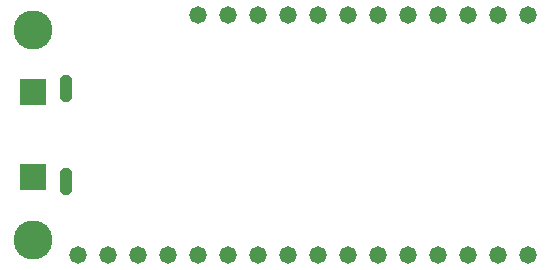
<source format=gbp>
G04 DipTrace 3.0.0.0*
G04 BottomPaste.gbp*
%MOIN*%
G04 #@! TF.FileFunction,Paste,Bot*
G04 #@! TF.Part,Single*
%AMOUTLINE17*
4,1,8,
0.00819,0.071269,
0.019773,0.059686,
0.019773,-0.00819,
0.00819,-0.019773,
-0.00819,-0.019773,
-0.019773,-0.00819,
-0.019773,0.059686,
-0.00819,0.071269,
0.00819,0.071269,
0*%
%AMOUTLINE20*
4,1,8,
-0.00819,-0.071269,
-0.019773,-0.059686,
-0.019773,0.00819,
-0.00819,0.019773,
0.00819,0.019773,
0.019773,0.00819,
0.019773,-0.059686,
0.00819,-0.071269,
-0.00819,-0.071269,
0*%
%ADD72C,0.130394*%
%ADD88C,0.057969*%
%ADD90R,0.090394X0.090394*%
%ADD119OUTLINE17*%
%ADD122OUTLINE20*%
%FSLAX26Y26*%
G04*
G70*
G90*
G75*
G01*
G04 BotPaste*
%LPD*%
D88*
X2144016Y444016D3*
X2044016D3*
X1944016D3*
X1844016D3*
X1744016D3*
X1644016D3*
X1544016D3*
X1444016D3*
X1344016D3*
X1244016D3*
X1144016D3*
X1044016D3*
X944016D3*
X844016D3*
X744016D3*
X644016D3*
X1044016Y1244016D3*
X1144016D3*
X1244016D3*
X1344016D3*
X1444016D3*
X1544016D3*
X1644016D3*
X1744016D3*
X1844016D3*
X1944016D3*
X2044016D3*
X2144016D3*
D72*
X494016Y1194016D3*
Y494016D3*
D119*
X604449Y973937D3*
D122*
Y714094D3*
D90*
X494213Y985748D3*
Y702283D3*
M02*

</source>
